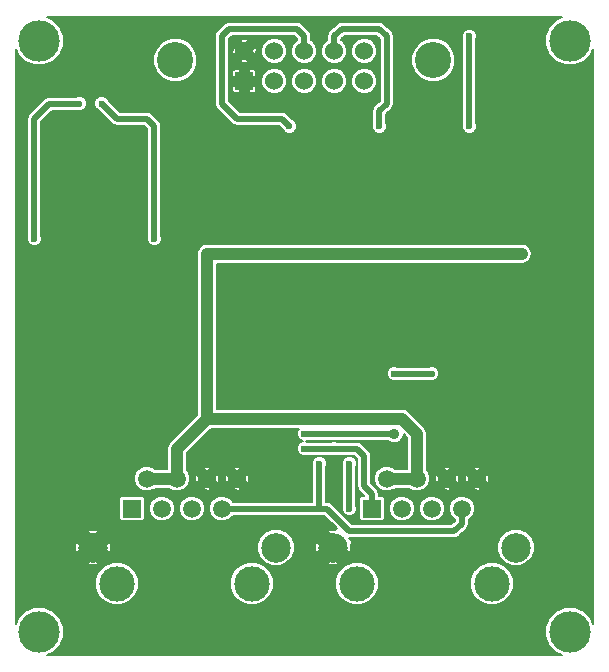
<source format=gbl>
G04 (created by PCBNEW (2013-may-18)-stable) date Thu 01 May 2014 09:33:59 PM CEST*
%MOIN*%
G04 Gerber Fmt 3.4, Leading zero omitted, Abs format*
%FSLAX34Y34*%
G01*
G70*
G90*
G04 APERTURE LIST*
%ADD10C,0.00590551*%
%ADD11C,0.11811*%
%ADD12R,0.0591X0.0591*%
%ADD13C,0.0591*%
%ADD14C,0.0984252*%
%ADD15C,0.137795*%
%ADD16C,0.12*%
%ADD17R,0.06X0.06*%
%ADD18C,0.06*%
%ADD19C,0.023622*%
%ADD20C,0.0354331*%
%ADD21C,0.019685*%
%ADD22C,0.0393701*%
%ADD23C,0.0067*%
G04 APERTURE END LIST*
G54D10*
G54D11*
X55250Y-32500D03*
X50750Y-32500D03*
G54D12*
X51250Y-30000D03*
G54D13*
X51750Y-29000D03*
X52250Y-30000D03*
X52750Y-29000D03*
X53250Y-30000D03*
X53750Y-29000D03*
X54250Y-30000D03*
X54750Y-29000D03*
G54D14*
X49950Y-31299D03*
X56050Y-31299D03*
G54D11*
X47250Y-32500D03*
X42750Y-32500D03*
G54D12*
X43250Y-30000D03*
G54D13*
X43750Y-29000D03*
X44250Y-30000D03*
X44750Y-29000D03*
X45250Y-30000D03*
X45750Y-29000D03*
X46250Y-30000D03*
X46750Y-29000D03*
G54D14*
X41950Y-31299D03*
X48050Y-31299D03*
G54D15*
X40150Y-14400D03*
X40150Y-34100D03*
X57850Y-34100D03*
X57850Y-14400D03*
G54D16*
X53300Y-15050D03*
X44700Y-15050D03*
G54D17*
X47000Y-15750D03*
G54D18*
X47000Y-14750D03*
X48000Y-15750D03*
X48000Y-14750D03*
X49000Y-15750D03*
X49000Y-14750D03*
X50000Y-15750D03*
X50000Y-14750D03*
X51000Y-15750D03*
X51000Y-14750D03*
G54D19*
X41500Y-16500D03*
X40000Y-21000D03*
X45750Y-25250D03*
X53250Y-21500D03*
X56250Y-21500D03*
X54750Y-21500D03*
X51750Y-21500D03*
X50250Y-21500D03*
X48750Y-21500D03*
X47250Y-21500D03*
X45750Y-21500D03*
X42250Y-16500D03*
X44000Y-21000D03*
X49000Y-28000D03*
X50000Y-28000D03*
X49000Y-27500D03*
G54D20*
X52000Y-27500D03*
G54D19*
X50500Y-30000D03*
X50500Y-28500D03*
X52000Y-25500D03*
X53250Y-25500D03*
X49500Y-28500D03*
X54500Y-14250D03*
X54500Y-17250D03*
X51500Y-17250D03*
X48500Y-17250D03*
G54D21*
X40500Y-16500D02*
X41500Y-16500D01*
X40000Y-17000D02*
X40500Y-16500D01*
X40000Y-17000D02*
X40000Y-21000D01*
G54D22*
X45750Y-27000D02*
X52250Y-27000D01*
X52750Y-29000D02*
X52750Y-27500D01*
X52750Y-27500D02*
X52250Y-27000D01*
X45750Y-27000D02*
X45750Y-27000D01*
X45750Y-27000D02*
X45750Y-26250D01*
X44750Y-28000D02*
X45750Y-27000D01*
X44750Y-28000D02*
X44750Y-28000D01*
X44750Y-28000D02*
X44750Y-29000D01*
X45750Y-26250D02*
X45750Y-25250D01*
X45750Y-25250D02*
X45750Y-25000D01*
X45750Y-25000D02*
X45750Y-21500D01*
X51750Y-29000D02*
X52750Y-29000D01*
X43750Y-29000D02*
X44750Y-29000D01*
X54750Y-21500D02*
X56250Y-21500D01*
X54750Y-21500D02*
X53250Y-21500D01*
X53250Y-21500D02*
X51750Y-21500D01*
X51750Y-21500D02*
X50250Y-21500D01*
X50250Y-21500D02*
X48750Y-21500D01*
X48750Y-21500D02*
X47250Y-21500D01*
X47250Y-21500D02*
X45750Y-21500D01*
G54D21*
X42250Y-16500D02*
X42750Y-17000D01*
X42750Y-17000D02*
X43750Y-17000D01*
X43750Y-17000D02*
X44000Y-17250D01*
X44000Y-17250D02*
X44000Y-21000D01*
X49000Y-28000D02*
X50000Y-28000D01*
X51000Y-28250D02*
X51000Y-29250D01*
X50000Y-28000D02*
X50750Y-28000D01*
X50750Y-28000D02*
X51000Y-28250D01*
X51250Y-29500D02*
X51250Y-30000D01*
X51000Y-29250D02*
X51250Y-29500D01*
X49000Y-27500D02*
X52000Y-27500D01*
X50500Y-30000D02*
X50500Y-30000D01*
X50500Y-28500D02*
X50500Y-30000D01*
X52000Y-25500D02*
X52750Y-25500D01*
X52750Y-25500D02*
X53250Y-25500D01*
X50500Y-30750D02*
X51000Y-30750D01*
X51000Y-30750D02*
X54000Y-30750D01*
X54000Y-30750D02*
X54250Y-30500D01*
X54250Y-30000D02*
X54250Y-30500D01*
X49750Y-30000D02*
X50500Y-30750D01*
X49750Y-30000D02*
X49500Y-30000D01*
X49500Y-30000D02*
X49500Y-29500D01*
X49500Y-29500D02*
X49500Y-30000D01*
X49500Y-30000D02*
X47250Y-30000D01*
X47250Y-30000D02*
X46250Y-30000D01*
X49500Y-28500D02*
X49500Y-29500D01*
X54500Y-14250D02*
X54500Y-17250D01*
X51500Y-14000D02*
X50250Y-14000D01*
X51750Y-14250D02*
X51500Y-14000D01*
X51750Y-16500D02*
X51750Y-16250D01*
X51500Y-16750D02*
X51750Y-16500D01*
X51500Y-17250D02*
X51500Y-16750D01*
X51750Y-16250D02*
X51750Y-14250D01*
X50000Y-14250D02*
X50000Y-14750D01*
X50250Y-14000D02*
X50000Y-14250D01*
X46750Y-17000D02*
X48250Y-17000D01*
X48750Y-14000D02*
X49000Y-14250D01*
X49000Y-14750D02*
X49000Y-14250D01*
X46250Y-16250D02*
X46250Y-14250D01*
X46750Y-17000D02*
X46250Y-16500D01*
X46250Y-16500D02*
X46250Y-16250D01*
X46250Y-14250D02*
X46500Y-14000D01*
X46500Y-14000D02*
X48750Y-14000D01*
X48500Y-17250D02*
X48500Y-17250D01*
X48250Y-17000D02*
X48500Y-17250D01*
G54D10*
G36*
X58629Y-33833D02*
X58547Y-33634D01*
X58316Y-33403D01*
X58014Y-33277D01*
X57687Y-33277D01*
X57384Y-33402D01*
X57153Y-33633D01*
X57027Y-33935D01*
X57027Y-34262D01*
X57152Y-34565D01*
X57383Y-34796D01*
X57583Y-34879D01*
X56675Y-34879D01*
X56675Y-31175D01*
X56580Y-30945D01*
X56580Y-30944D01*
X56580Y-21500D01*
X56555Y-21373D01*
X56483Y-21266D01*
X56376Y-21194D01*
X56250Y-21169D01*
X54751Y-21169D01*
X54751Y-17200D01*
X54731Y-17152D01*
X54731Y-14347D01*
X54751Y-14300D01*
X54751Y-14200D01*
X54713Y-14107D01*
X54642Y-14036D01*
X54550Y-13998D01*
X54450Y-13998D01*
X54357Y-14036D01*
X54286Y-14107D01*
X54248Y-14199D01*
X54248Y-14299D01*
X54268Y-14347D01*
X54268Y-17152D01*
X54248Y-17199D01*
X54248Y-17299D01*
X54286Y-17392D01*
X54357Y-17463D01*
X54449Y-17501D01*
X54549Y-17501D01*
X54642Y-17463D01*
X54713Y-17392D01*
X54751Y-17300D01*
X54751Y-17200D01*
X54751Y-21169D01*
X54750Y-21169D01*
X54033Y-21169D01*
X54033Y-14904D01*
X53922Y-14635D01*
X53716Y-14428D01*
X53446Y-14316D01*
X53154Y-14316D01*
X52885Y-14427D01*
X52678Y-14633D01*
X52566Y-14903D01*
X52566Y-15195D01*
X52677Y-15464D01*
X52883Y-15671D01*
X53153Y-15783D01*
X53445Y-15783D01*
X53714Y-15672D01*
X53921Y-15466D01*
X54033Y-15196D01*
X54033Y-14904D01*
X54033Y-21169D01*
X53250Y-21169D01*
X51981Y-21169D01*
X51981Y-16500D01*
X51981Y-16250D01*
X51981Y-14250D01*
X51964Y-14161D01*
X51913Y-14086D01*
X51913Y-14086D01*
X51663Y-13836D01*
X51588Y-13785D01*
X51500Y-13768D01*
X51499Y-13768D01*
X50250Y-13768D01*
X50161Y-13785D01*
X50086Y-13836D01*
X50086Y-13836D01*
X49836Y-14086D01*
X49785Y-14161D01*
X49768Y-14250D01*
X49768Y-14250D01*
X49768Y-14376D01*
X49754Y-14382D01*
X49632Y-14504D01*
X49566Y-14663D01*
X49566Y-14835D01*
X49632Y-14995D01*
X49754Y-15117D01*
X49913Y-15183D01*
X50085Y-15183D01*
X50245Y-15117D01*
X50367Y-14995D01*
X50433Y-14836D01*
X50433Y-14664D01*
X50367Y-14504D01*
X50245Y-14382D01*
X50231Y-14376D01*
X50231Y-14346D01*
X50346Y-14231D01*
X51403Y-14231D01*
X51518Y-14346D01*
X51518Y-16250D01*
X51518Y-16403D01*
X51433Y-16488D01*
X51433Y-15664D01*
X51433Y-14664D01*
X51367Y-14504D01*
X51245Y-14382D01*
X51086Y-14316D01*
X50914Y-14316D01*
X50754Y-14382D01*
X50632Y-14504D01*
X50566Y-14663D01*
X50566Y-14835D01*
X50632Y-14995D01*
X50754Y-15117D01*
X50913Y-15183D01*
X51085Y-15183D01*
X51245Y-15117D01*
X51367Y-14995D01*
X51433Y-14836D01*
X51433Y-14664D01*
X51433Y-15664D01*
X51367Y-15504D01*
X51245Y-15382D01*
X51086Y-15316D01*
X50914Y-15316D01*
X50754Y-15382D01*
X50632Y-15504D01*
X50566Y-15663D01*
X50566Y-15835D01*
X50632Y-15995D01*
X50754Y-16117D01*
X50913Y-16183D01*
X51085Y-16183D01*
X51245Y-16117D01*
X51367Y-15995D01*
X51433Y-15836D01*
X51433Y-15664D01*
X51433Y-16488D01*
X51336Y-16586D01*
X51285Y-16661D01*
X51268Y-16750D01*
X51268Y-16750D01*
X51268Y-17152D01*
X51248Y-17199D01*
X51248Y-17299D01*
X51286Y-17392D01*
X51357Y-17463D01*
X51449Y-17501D01*
X51549Y-17501D01*
X51642Y-17463D01*
X51713Y-17392D01*
X51751Y-17300D01*
X51751Y-17200D01*
X51731Y-17152D01*
X51731Y-16846D01*
X51913Y-16663D01*
X51913Y-16663D01*
X51913Y-16663D01*
X51964Y-16588D01*
X51981Y-16500D01*
X51981Y-21169D01*
X51750Y-21169D01*
X50433Y-21169D01*
X50433Y-15664D01*
X50367Y-15504D01*
X50245Y-15382D01*
X50086Y-15316D01*
X49914Y-15316D01*
X49754Y-15382D01*
X49632Y-15504D01*
X49566Y-15663D01*
X49566Y-15835D01*
X49632Y-15995D01*
X49754Y-16117D01*
X49913Y-16183D01*
X50085Y-16183D01*
X50245Y-16117D01*
X50367Y-15995D01*
X50433Y-15836D01*
X50433Y-15664D01*
X50433Y-21169D01*
X50250Y-21169D01*
X49433Y-21169D01*
X49433Y-15664D01*
X49433Y-14664D01*
X49367Y-14504D01*
X49245Y-14382D01*
X49231Y-14376D01*
X49231Y-14250D01*
X49214Y-14161D01*
X49163Y-14086D01*
X49163Y-14086D01*
X48913Y-13836D01*
X48838Y-13785D01*
X48750Y-13768D01*
X48749Y-13768D01*
X46500Y-13768D01*
X46411Y-13785D01*
X46336Y-13836D01*
X46336Y-13836D01*
X46086Y-14086D01*
X46035Y-14161D01*
X46018Y-14250D01*
X46018Y-14250D01*
X46018Y-16250D01*
X46018Y-16499D01*
X46018Y-16500D01*
X46035Y-16588D01*
X46086Y-16663D01*
X46586Y-17163D01*
X46586Y-17163D01*
X46661Y-17214D01*
X46750Y-17231D01*
X46750Y-17231D01*
X46750Y-17231D01*
X48153Y-17231D01*
X48267Y-17345D01*
X48286Y-17392D01*
X48357Y-17463D01*
X48449Y-17501D01*
X48549Y-17501D01*
X48642Y-17463D01*
X48713Y-17392D01*
X48751Y-17300D01*
X48751Y-17200D01*
X48713Y-17107D01*
X48642Y-17036D01*
X48594Y-17017D01*
X48433Y-16855D01*
X48433Y-15664D01*
X48433Y-14664D01*
X48367Y-14504D01*
X48245Y-14382D01*
X48086Y-14316D01*
X47914Y-14316D01*
X47754Y-14382D01*
X47632Y-14504D01*
X47566Y-14663D01*
X47566Y-14835D01*
X47632Y-14995D01*
X47754Y-15117D01*
X47913Y-15183D01*
X48085Y-15183D01*
X48245Y-15117D01*
X48367Y-14995D01*
X48433Y-14836D01*
X48433Y-14664D01*
X48433Y-15664D01*
X48367Y-15504D01*
X48245Y-15382D01*
X48086Y-15316D01*
X47914Y-15316D01*
X47754Y-15382D01*
X47632Y-15504D01*
X47566Y-15663D01*
X47566Y-15835D01*
X47632Y-15995D01*
X47754Y-16117D01*
X47913Y-16183D01*
X48085Y-16183D01*
X48245Y-16117D01*
X48367Y-15995D01*
X48433Y-15836D01*
X48433Y-15664D01*
X48433Y-16855D01*
X48413Y-16836D01*
X48338Y-16785D01*
X48250Y-16768D01*
X48249Y-16768D01*
X47404Y-16768D01*
X47404Y-14692D01*
X47395Y-14648D01*
X47355Y-14606D01*
X47212Y-14750D01*
X47355Y-14893D01*
X47395Y-14851D01*
X47404Y-14692D01*
X47404Y-16768D01*
X47400Y-16768D01*
X47400Y-16030D01*
X47400Y-15469D01*
X47400Y-15429D01*
X47385Y-15392D01*
X47356Y-15364D01*
X47319Y-15349D01*
X47175Y-15349D01*
X47150Y-15374D01*
X47150Y-15600D01*
X47375Y-15600D01*
X47400Y-15574D01*
X47400Y-15469D01*
X47400Y-16030D01*
X47400Y-15925D01*
X47375Y-15900D01*
X47150Y-15900D01*
X47150Y-16125D01*
X47175Y-16150D01*
X47319Y-16150D01*
X47356Y-16135D01*
X47385Y-16107D01*
X47400Y-16070D01*
X47400Y-16030D01*
X47400Y-16768D01*
X47143Y-16768D01*
X47143Y-15105D01*
X47143Y-14394D01*
X47101Y-14354D01*
X46942Y-14345D01*
X46898Y-14354D01*
X46856Y-14394D01*
X47000Y-14537D01*
X47143Y-14394D01*
X47143Y-15105D01*
X47000Y-14962D01*
X46856Y-15105D01*
X46898Y-15145D01*
X47057Y-15154D01*
X47101Y-15145D01*
X47143Y-15105D01*
X47143Y-16768D01*
X46850Y-16768D01*
X46850Y-16125D01*
X46850Y-15900D01*
X46850Y-15600D01*
X46850Y-15374D01*
X46824Y-15349D01*
X46787Y-15349D01*
X46787Y-14750D01*
X46644Y-14606D01*
X46604Y-14648D01*
X46595Y-14807D01*
X46604Y-14851D01*
X46644Y-14893D01*
X46787Y-14750D01*
X46787Y-15349D01*
X46680Y-15349D01*
X46643Y-15364D01*
X46614Y-15392D01*
X46599Y-15429D01*
X46599Y-15469D01*
X46599Y-15574D01*
X46624Y-15600D01*
X46850Y-15600D01*
X46850Y-15900D01*
X46624Y-15900D01*
X46599Y-15925D01*
X46599Y-16030D01*
X46599Y-16070D01*
X46614Y-16107D01*
X46643Y-16135D01*
X46680Y-16150D01*
X46824Y-16150D01*
X46850Y-16125D01*
X46850Y-16768D01*
X46846Y-16768D01*
X46481Y-16403D01*
X46481Y-16250D01*
X46481Y-14346D01*
X46596Y-14231D01*
X48653Y-14231D01*
X48768Y-14346D01*
X48768Y-14376D01*
X48754Y-14382D01*
X48632Y-14504D01*
X48566Y-14663D01*
X48566Y-14835D01*
X48632Y-14995D01*
X48754Y-15117D01*
X48913Y-15183D01*
X49085Y-15183D01*
X49245Y-15117D01*
X49367Y-14995D01*
X49433Y-14836D01*
X49433Y-14664D01*
X49433Y-15664D01*
X49367Y-15504D01*
X49245Y-15382D01*
X49086Y-15316D01*
X48914Y-15316D01*
X48754Y-15382D01*
X48632Y-15504D01*
X48566Y-15663D01*
X48566Y-15835D01*
X48632Y-15995D01*
X48754Y-16117D01*
X48913Y-16183D01*
X49085Y-16183D01*
X49245Y-16117D01*
X49367Y-15995D01*
X49433Y-15836D01*
X49433Y-15664D01*
X49433Y-21169D01*
X48750Y-21169D01*
X47250Y-21169D01*
X45750Y-21169D01*
X45623Y-21194D01*
X45516Y-21266D01*
X45444Y-21373D01*
X45433Y-21429D01*
X45433Y-14904D01*
X45322Y-14635D01*
X45116Y-14428D01*
X44846Y-14316D01*
X44554Y-14316D01*
X44285Y-14427D01*
X44078Y-14633D01*
X43966Y-14903D01*
X43966Y-15195D01*
X44077Y-15464D01*
X44283Y-15671D01*
X44553Y-15783D01*
X44845Y-15783D01*
X45114Y-15672D01*
X45321Y-15466D01*
X45433Y-15196D01*
X45433Y-14904D01*
X45433Y-21429D01*
X45419Y-21500D01*
X45419Y-25000D01*
X45419Y-25250D01*
X45419Y-26250D01*
X45419Y-26863D01*
X44516Y-27766D01*
X44444Y-27873D01*
X44419Y-28000D01*
X44419Y-28669D01*
X44251Y-28669D01*
X44251Y-20950D01*
X44231Y-20902D01*
X44231Y-17250D01*
X44214Y-17161D01*
X44163Y-17086D01*
X44163Y-17086D01*
X43913Y-16836D01*
X43838Y-16785D01*
X43750Y-16768D01*
X43749Y-16768D01*
X42846Y-16768D01*
X42482Y-16404D01*
X42463Y-16357D01*
X42392Y-16286D01*
X42300Y-16248D01*
X42200Y-16248D01*
X42107Y-16286D01*
X42036Y-16357D01*
X41998Y-16449D01*
X41998Y-16549D01*
X42036Y-16642D01*
X42107Y-16713D01*
X42155Y-16732D01*
X42586Y-17163D01*
X42586Y-17163D01*
X42661Y-17214D01*
X42750Y-17231D01*
X42750Y-17231D01*
X42750Y-17231D01*
X43653Y-17231D01*
X43768Y-17346D01*
X43768Y-20902D01*
X43748Y-20949D01*
X43748Y-21049D01*
X43786Y-21142D01*
X43857Y-21213D01*
X43949Y-21251D01*
X44049Y-21251D01*
X44142Y-21213D01*
X44213Y-21142D01*
X44251Y-21050D01*
X44251Y-20950D01*
X44251Y-28669D01*
X44026Y-28669D01*
X43993Y-28636D01*
X43835Y-28571D01*
X43665Y-28570D01*
X43507Y-28636D01*
X43386Y-28756D01*
X43321Y-28914D01*
X43320Y-29084D01*
X43386Y-29242D01*
X43506Y-29363D01*
X43664Y-29428D01*
X43834Y-29429D01*
X43992Y-29363D01*
X44026Y-29330D01*
X44473Y-29330D01*
X44506Y-29363D01*
X44664Y-29428D01*
X44834Y-29429D01*
X44992Y-29363D01*
X45113Y-29243D01*
X45178Y-29085D01*
X45179Y-28915D01*
X45113Y-28757D01*
X45080Y-28723D01*
X45080Y-28136D01*
X45886Y-27330D01*
X48813Y-27330D01*
X48786Y-27357D01*
X48748Y-27449D01*
X48748Y-27549D01*
X48786Y-27642D01*
X48857Y-27713D01*
X48946Y-27750D01*
X48857Y-27786D01*
X48786Y-27857D01*
X48748Y-27949D01*
X48748Y-28049D01*
X48786Y-28142D01*
X48857Y-28213D01*
X48949Y-28251D01*
X49049Y-28251D01*
X49097Y-28231D01*
X49902Y-28231D01*
X49949Y-28251D01*
X50049Y-28251D01*
X50097Y-28231D01*
X50653Y-28231D01*
X50768Y-28346D01*
X50768Y-29249D01*
X50768Y-29250D01*
X50785Y-29338D01*
X50836Y-29413D01*
X50992Y-29570D01*
X50928Y-29570D01*
X50878Y-29591D01*
X50841Y-29628D01*
X50821Y-29677D01*
X50820Y-29730D01*
X50820Y-30321D01*
X50841Y-30371D01*
X50878Y-30408D01*
X50927Y-30428D01*
X50980Y-30429D01*
X51571Y-30429D01*
X51621Y-30408D01*
X51658Y-30371D01*
X51678Y-30322D01*
X51679Y-30269D01*
X51679Y-29678D01*
X51658Y-29628D01*
X51621Y-29591D01*
X51572Y-29571D01*
X51519Y-29570D01*
X51481Y-29570D01*
X51481Y-29500D01*
X51464Y-29411D01*
X51413Y-29336D01*
X51413Y-29336D01*
X51231Y-29153D01*
X51231Y-28250D01*
X51214Y-28161D01*
X51163Y-28086D01*
X51163Y-28086D01*
X50913Y-27836D01*
X50838Y-27785D01*
X50750Y-27768D01*
X50749Y-27768D01*
X50097Y-27768D01*
X50050Y-27748D01*
X49950Y-27748D01*
X49902Y-27768D01*
X49097Y-27768D01*
X49053Y-27749D01*
X49097Y-27731D01*
X51792Y-27731D01*
X51823Y-27763D01*
X51937Y-27810D01*
X52061Y-27810D01*
X52175Y-27763D01*
X52263Y-27676D01*
X52310Y-27562D01*
X52310Y-27527D01*
X52419Y-27636D01*
X52419Y-28669D01*
X52026Y-28669D01*
X51993Y-28636D01*
X51835Y-28571D01*
X51665Y-28570D01*
X51507Y-28636D01*
X51386Y-28756D01*
X51321Y-28914D01*
X51320Y-29084D01*
X51386Y-29242D01*
X51506Y-29363D01*
X51664Y-29428D01*
X51834Y-29429D01*
X51992Y-29363D01*
X52026Y-29330D01*
X52473Y-29330D01*
X52506Y-29363D01*
X52664Y-29428D01*
X52834Y-29429D01*
X52992Y-29363D01*
X53113Y-29243D01*
X53178Y-29085D01*
X53179Y-28915D01*
X53113Y-28757D01*
X53080Y-28723D01*
X53080Y-27500D01*
X53055Y-27373D01*
X52983Y-27266D01*
X52483Y-26766D01*
X52376Y-26694D01*
X52250Y-26669D01*
X46080Y-26669D01*
X46080Y-26250D01*
X46080Y-25250D01*
X46080Y-25000D01*
X46080Y-21830D01*
X47250Y-21830D01*
X48750Y-21830D01*
X50250Y-21830D01*
X51750Y-21830D01*
X53250Y-21830D01*
X54750Y-21830D01*
X56250Y-21830D01*
X56376Y-21805D01*
X56483Y-21733D01*
X56555Y-21626D01*
X56580Y-21500D01*
X56580Y-30944D01*
X56404Y-30769D01*
X56174Y-30673D01*
X55926Y-30673D01*
X55696Y-30768D01*
X55519Y-30944D01*
X55424Y-31174D01*
X55424Y-31423D01*
X55519Y-31653D01*
X55695Y-31829D01*
X55925Y-31924D01*
X56173Y-31924D01*
X56403Y-31829D01*
X56580Y-31654D01*
X56675Y-31424D01*
X56675Y-31175D01*
X56675Y-34879D01*
X55974Y-34879D01*
X55974Y-32356D01*
X55864Y-32090D01*
X55660Y-31886D01*
X55394Y-31776D01*
X55149Y-31775D01*
X55149Y-28944D01*
X55140Y-28898D01*
X55100Y-28857D01*
X54958Y-29000D01*
X55100Y-29142D01*
X55140Y-29101D01*
X55149Y-28944D01*
X55149Y-31775D01*
X55106Y-31775D01*
X54892Y-31864D01*
X54892Y-29350D01*
X54892Y-28649D01*
X54851Y-28609D01*
X54694Y-28600D01*
X54648Y-28609D01*
X54607Y-28649D01*
X54750Y-28791D01*
X54892Y-28649D01*
X54892Y-29350D01*
X54750Y-29208D01*
X54607Y-29350D01*
X54648Y-29390D01*
X54805Y-29399D01*
X54851Y-29390D01*
X54892Y-29350D01*
X54892Y-31864D01*
X54840Y-31885D01*
X54679Y-32046D01*
X54679Y-29915D01*
X54613Y-29757D01*
X54541Y-29684D01*
X54541Y-29000D01*
X54399Y-28857D01*
X54359Y-28898D01*
X54350Y-29055D01*
X54359Y-29101D01*
X54399Y-29142D01*
X54541Y-29000D01*
X54541Y-29684D01*
X54493Y-29636D01*
X54335Y-29571D01*
X54165Y-29570D01*
X54149Y-29577D01*
X54149Y-28944D01*
X54140Y-28898D01*
X54100Y-28857D01*
X53958Y-29000D01*
X54100Y-29142D01*
X54140Y-29101D01*
X54149Y-28944D01*
X54149Y-29577D01*
X54007Y-29636D01*
X53892Y-29751D01*
X53892Y-29350D01*
X53892Y-28649D01*
X53851Y-28609D01*
X53694Y-28600D01*
X53648Y-28609D01*
X53607Y-28649D01*
X53750Y-28791D01*
X53892Y-28649D01*
X53892Y-29350D01*
X53750Y-29208D01*
X53607Y-29350D01*
X53648Y-29390D01*
X53805Y-29399D01*
X53851Y-29390D01*
X53892Y-29350D01*
X53892Y-29751D01*
X53886Y-29756D01*
X53821Y-29914D01*
X53820Y-30084D01*
X53886Y-30242D01*
X54006Y-30363D01*
X54018Y-30368D01*
X54018Y-30403D01*
X53903Y-30518D01*
X53679Y-30518D01*
X53679Y-29915D01*
X53613Y-29757D01*
X53541Y-29684D01*
X53541Y-29000D01*
X53501Y-28960D01*
X53501Y-25450D01*
X53463Y-25357D01*
X53392Y-25286D01*
X53300Y-25248D01*
X53200Y-25248D01*
X53152Y-25268D01*
X52750Y-25268D01*
X52097Y-25268D01*
X52050Y-25248D01*
X51950Y-25248D01*
X51857Y-25286D01*
X51786Y-25357D01*
X51748Y-25449D01*
X51748Y-25549D01*
X51786Y-25642D01*
X51857Y-25713D01*
X51949Y-25751D01*
X52049Y-25751D01*
X52097Y-25731D01*
X52750Y-25731D01*
X53152Y-25731D01*
X53199Y-25751D01*
X53299Y-25751D01*
X53392Y-25713D01*
X53463Y-25642D01*
X53501Y-25550D01*
X53501Y-25450D01*
X53501Y-28960D01*
X53399Y-28857D01*
X53359Y-28898D01*
X53350Y-29055D01*
X53359Y-29101D01*
X53399Y-29142D01*
X53541Y-29000D01*
X53541Y-29684D01*
X53493Y-29636D01*
X53335Y-29571D01*
X53165Y-29570D01*
X53007Y-29636D01*
X52886Y-29756D01*
X52821Y-29914D01*
X52820Y-30084D01*
X52886Y-30242D01*
X53006Y-30363D01*
X53164Y-30428D01*
X53334Y-30429D01*
X53492Y-30363D01*
X53613Y-30243D01*
X53678Y-30085D01*
X53679Y-29915D01*
X53679Y-30518D01*
X52679Y-30518D01*
X52679Y-29915D01*
X52613Y-29757D01*
X52493Y-29636D01*
X52335Y-29571D01*
X52165Y-29570D01*
X52007Y-29636D01*
X51886Y-29756D01*
X51821Y-29914D01*
X51820Y-30084D01*
X51886Y-30242D01*
X52006Y-30363D01*
X52164Y-30428D01*
X52334Y-30429D01*
X52492Y-30363D01*
X52613Y-30243D01*
X52678Y-30085D01*
X52679Y-29915D01*
X52679Y-30518D01*
X51000Y-30518D01*
X50751Y-30518D01*
X50751Y-29950D01*
X50731Y-29902D01*
X50731Y-28597D01*
X50751Y-28550D01*
X50751Y-28450D01*
X50713Y-28357D01*
X50642Y-28286D01*
X50550Y-28248D01*
X50450Y-28248D01*
X50357Y-28286D01*
X50286Y-28357D01*
X50248Y-28449D01*
X50248Y-28549D01*
X50268Y-28597D01*
X50268Y-29902D01*
X50248Y-29949D01*
X50248Y-30049D01*
X50286Y-30142D01*
X50357Y-30213D01*
X50449Y-30251D01*
X50549Y-30251D01*
X50642Y-30213D01*
X50713Y-30142D01*
X50751Y-30050D01*
X50751Y-29950D01*
X50751Y-30518D01*
X50596Y-30518D01*
X49913Y-29836D01*
X49838Y-29785D01*
X49750Y-29768D01*
X49749Y-29768D01*
X49731Y-29768D01*
X49731Y-29500D01*
X49731Y-28597D01*
X49751Y-28550D01*
X49751Y-28450D01*
X49713Y-28357D01*
X49642Y-28286D01*
X49550Y-28248D01*
X49450Y-28248D01*
X49357Y-28286D01*
X49286Y-28357D01*
X49248Y-28449D01*
X49248Y-28549D01*
X49268Y-28597D01*
X49268Y-29500D01*
X49268Y-29768D01*
X47250Y-29768D01*
X47149Y-29768D01*
X47149Y-28944D01*
X47140Y-28898D01*
X47100Y-28857D01*
X46958Y-29000D01*
X47100Y-29142D01*
X47140Y-29101D01*
X47149Y-28944D01*
X47149Y-29768D01*
X46892Y-29768D01*
X46892Y-29350D01*
X46892Y-28649D01*
X46851Y-28609D01*
X46694Y-28600D01*
X46648Y-28609D01*
X46607Y-28649D01*
X46750Y-28791D01*
X46892Y-28649D01*
X46892Y-29350D01*
X46750Y-29208D01*
X46607Y-29350D01*
X46648Y-29390D01*
X46805Y-29399D01*
X46851Y-29390D01*
X46892Y-29350D01*
X46892Y-29768D01*
X46618Y-29768D01*
X46613Y-29757D01*
X46541Y-29684D01*
X46541Y-29000D01*
X46399Y-28857D01*
X46359Y-28898D01*
X46350Y-29055D01*
X46359Y-29101D01*
X46399Y-29142D01*
X46541Y-29000D01*
X46541Y-29684D01*
X46493Y-29636D01*
X46335Y-29571D01*
X46165Y-29570D01*
X46149Y-29577D01*
X46149Y-28944D01*
X46140Y-28898D01*
X46100Y-28857D01*
X45958Y-29000D01*
X46100Y-29142D01*
X46140Y-29101D01*
X46149Y-28944D01*
X46149Y-29577D01*
X46007Y-29636D01*
X45892Y-29751D01*
X45892Y-29350D01*
X45892Y-28649D01*
X45851Y-28609D01*
X45694Y-28600D01*
X45648Y-28609D01*
X45607Y-28649D01*
X45750Y-28791D01*
X45892Y-28649D01*
X45892Y-29350D01*
X45750Y-29208D01*
X45607Y-29350D01*
X45648Y-29390D01*
X45805Y-29399D01*
X45851Y-29390D01*
X45892Y-29350D01*
X45892Y-29751D01*
X45886Y-29756D01*
X45821Y-29914D01*
X45820Y-30084D01*
X45886Y-30242D01*
X46006Y-30363D01*
X46164Y-30428D01*
X46334Y-30429D01*
X46492Y-30363D01*
X46613Y-30243D01*
X46618Y-30231D01*
X47250Y-30231D01*
X49500Y-30231D01*
X49653Y-30231D01*
X50081Y-30659D01*
X50033Y-30707D01*
X49840Y-30705D01*
X49825Y-30708D01*
X49754Y-30754D01*
X49950Y-30951D01*
X50036Y-30865D01*
X50147Y-30975D01*
X50384Y-31213D01*
X50298Y-31299D01*
X50495Y-31495D01*
X50541Y-31424D01*
X50544Y-31214D01*
X50544Y-31214D01*
X50632Y-31126D01*
X50483Y-30978D01*
X50485Y-30978D01*
X50499Y-30981D01*
X50499Y-30981D01*
X50500Y-30981D01*
X51000Y-30981D01*
X53999Y-30981D01*
X54000Y-30981D01*
X54000Y-30981D01*
X54088Y-30964D01*
X54163Y-30913D01*
X54413Y-30663D01*
X54413Y-30663D01*
X54413Y-30663D01*
X54464Y-30588D01*
X54481Y-30500D01*
X54481Y-30368D01*
X54492Y-30363D01*
X54613Y-30243D01*
X54678Y-30085D01*
X54679Y-29915D01*
X54679Y-32046D01*
X54636Y-32089D01*
X54526Y-32355D01*
X54525Y-32643D01*
X54635Y-32909D01*
X54839Y-33113D01*
X55105Y-33223D01*
X55393Y-33224D01*
X55659Y-33114D01*
X55863Y-32910D01*
X55973Y-32644D01*
X55974Y-32356D01*
X55974Y-34879D01*
X51474Y-34879D01*
X51474Y-32356D01*
X51364Y-32090D01*
X51160Y-31886D01*
X50894Y-31776D01*
X50606Y-31775D01*
X50544Y-31801D01*
X50340Y-31885D01*
X50147Y-32078D01*
X50147Y-31843D01*
X49950Y-31647D01*
X49754Y-31843D01*
X49825Y-31890D01*
X50061Y-31893D01*
X50076Y-31890D01*
X50147Y-31843D01*
X50147Y-32078D01*
X50136Y-32089D01*
X50026Y-32355D01*
X50025Y-32643D01*
X50135Y-32909D01*
X50339Y-33113D01*
X50605Y-33223D01*
X50893Y-33224D01*
X51159Y-33114D01*
X51363Y-32910D01*
X51473Y-32644D01*
X51474Y-32356D01*
X51474Y-34879D01*
X49602Y-34879D01*
X49602Y-31299D01*
X49406Y-31102D01*
X49359Y-31173D01*
X49356Y-31409D01*
X49359Y-31424D01*
X49406Y-31495D01*
X49602Y-31299D01*
X49602Y-34879D01*
X48675Y-34879D01*
X48675Y-31175D01*
X48580Y-30945D01*
X48404Y-30769D01*
X48174Y-30673D01*
X47926Y-30673D01*
X47696Y-30768D01*
X47519Y-30944D01*
X47424Y-31174D01*
X47424Y-31423D01*
X47519Y-31653D01*
X47695Y-31829D01*
X47925Y-31924D01*
X48173Y-31924D01*
X48403Y-31829D01*
X48580Y-31654D01*
X48675Y-31424D01*
X48675Y-31175D01*
X48675Y-34879D01*
X47974Y-34879D01*
X47974Y-32356D01*
X47864Y-32090D01*
X47660Y-31886D01*
X47394Y-31776D01*
X47106Y-31775D01*
X46840Y-31885D01*
X46636Y-32089D01*
X46526Y-32355D01*
X46525Y-32643D01*
X46635Y-32909D01*
X46839Y-33113D01*
X47105Y-33223D01*
X47393Y-33224D01*
X47659Y-33114D01*
X47863Y-32910D01*
X47973Y-32644D01*
X47974Y-32356D01*
X47974Y-34879D01*
X45679Y-34879D01*
X45679Y-29915D01*
X45613Y-29757D01*
X45541Y-29684D01*
X45541Y-29000D01*
X45399Y-28857D01*
X45359Y-28898D01*
X45350Y-29055D01*
X45359Y-29101D01*
X45399Y-29142D01*
X45541Y-29000D01*
X45541Y-29684D01*
X45493Y-29636D01*
X45335Y-29571D01*
X45165Y-29570D01*
X45007Y-29636D01*
X44886Y-29756D01*
X44821Y-29914D01*
X44820Y-30084D01*
X44886Y-30242D01*
X45006Y-30363D01*
X45164Y-30428D01*
X45334Y-30429D01*
X45492Y-30363D01*
X45613Y-30243D01*
X45678Y-30085D01*
X45679Y-29915D01*
X45679Y-34879D01*
X44679Y-34879D01*
X44679Y-29915D01*
X44613Y-29757D01*
X44493Y-29636D01*
X44335Y-29571D01*
X44165Y-29570D01*
X44007Y-29636D01*
X43886Y-29756D01*
X43821Y-29914D01*
X43820Y-30084D01*
X43886Y-30242D01*
X44006Y-30363D01*
X44164Y-30428D01*
X44334Y-30429D01*
X44492Y-30363D01*
X44613Y-30243D01*
X44678Y-30085D01*
X44679Y-29915D01*
X44679Y-34879D01*
X43679Y-34879D01*
X43679Y-30269D01*
X43679Y-29678D01*
X43658Y-29628D01*
X43621Y-29591D01*
X43572Y-29571D01*
X43519Y-29570D01*
X42928Y-29570D01*
X42878Y-29591D01*
X42841Y-29628D01*
X42821Y-29677D01*
X42820Y-29730D01*
X42820Y-30321D01*
X42841Y-30371D01*
X42878Y-30408D01*
X42927Y-30428D01*
X42980Y-30429D01*
X43571Y-30429D01*
X43621Y-30408D01*
X43658Y-30371D01*
X43678Y-30322D01*
X43679Y-30269D01*
X43679Y-34879D01*
X43474Y-34879D01*
X43474Y-32356D01*
X43364Y-32090D01*
X43160Y-31886D01*
X42894Y-31776D01*
X42606Y-31775D01*
X42544Y-31801D01*
X42544Y-31188D01*
X42541Y-31173D01*
X42495Y-31102D01*
X42298Y-31299D01*
X42495Y-31495D01*
X42541Y-31424D01*
X42544Y-31188D01*
X42544Y-31801D01*
X42340Y-31885D01*
X42147Y-32078D01*
X42147Y-31843D01*
X42147Y-30754D01*
X42076Y-30708D01*
X41840Y-30705D01*
X41825Y-30708D01*
X41754Y-30754D01*
X41950Y-30951D01*
X42147Y-30754D01*
X42147Y-31843D01*
X41950Y-31647D01*
X41754Y-31843D01*
X41825Y-31890D01*
X42061Y-31893D01*
X42076Y-31890D01*
X42147Y-31843D01*
X42147Y-32078D01*
X42136Y-32089D01*
X42026Y-32355D01*
X42025Y-32643D01*
X42135Y-32909D01*
X42339Y-33113D01*
X42605Y-33223D01*
X42893Y-33224D01*
X43159Y-33114D01*
X43363Y-32910D01*
X43473Y-32644D01*
X43474Y-32356D01*
X43474Y-34879D01*
X41751Y-34879D01*
X41751Y-16450D01*
X41713Y-16357D01*
X41642Y-16286D01*
X41550Y-16248D01*
X41450Y-16248D01*
X41402Y-16268D01*
X40500Y-16268D01*
X40500Y-16268D01*
X40411Y-16285D01*
X40336Y-16336D01*
X40336Y-16336D01*
X39836Y-16836D01*
X39785Y-16911D01*
X39768Y-17000D01*
X39768Y-17000D01*
X39768Y-20902D01*
X39748Y-20949D01*
X39748Y-21049D01*
X39786Y-21142D01*
X39857Y-21213D01*
X39949Y-21251D01*
X40049Y-21251D01*
X40142Y-21213D01*
X40213Y-21142D01*
X40251Y-21050D01*
X40251Y-20950D01*
X40231Y-20902D01*
X40231Y-17096D01*
X40596Y-16731D01*
X41402Y-16731D01*
X41449Y-16751D01*
X41549Y-16751D01*
X41642Y-16713D01*
X41713Y-16642D01*
X41751Y-16550D01*
X41751Y-16450D01*
X41751Y-34879D01*
X41602Y-34879D01*
X41602Y-31299D01*
X41406Y-31102D01*
X41359Y-31173D01*
X41356Y-31409D01*
X41359Y-31424D01*
X41406Y-31495D01*
X41602Y-31299D01*
X41602Y-34879D01*
X40416Y-34879D01*
X40615Y-34797D01*
X40846Y-34566D01*
X40972Y-34264D01*
X40972Y-33937D01*
X40847Y-33634D01*
X40616Y-33403D01*
X40314Y-33277D01*
X39987Y-33277D01*
X39684Y-33402D01*
X39453Y-33633D01*
X39370Y-33833D01*
X39370Y-14666D01*
X39452Y-14865D01*
X39683Y-15096D01*
X39985Y-15222D01*
X40312Y-15222D01*
X40615Y-15097D01*
X40846Y-14866D01*
X40972Y-14564D01*
X40972Y-14237D01*
X40847Y-13934D01*
X40616Y-13703D01*
X40416Y-13620D01*
X57583Y-13620D01*
X57384Y-13702D01*
X57153Y-13933D01*
X57027Y-14235D01*
X57027Y-14562D01*
X57152Y-14865D01*
X57383Y-15096D01*
X57685Y-15222D01*
X58012Y-15222D01*
X58315Y-15097D01*
X58546Y-14866D01*
X58629Y-14666D01*
X58629Y-33833D01*
X58629Y-33833D01*
G37*
G54D23*
X58629Y-33833D02*
X58547Y-33634D01*
X58316Y-33403D01*
X58014Y-33277D01*
X57687Y-33277D01*
X57384Y-33402D01*
X57153Y-33633D01*
X57027Y-33935D01*
X57027Y-34262D01*
X57152Y-34565D01*
X57383Y-34796D01*
X57583Y-34879D01*
X56675Y-34879D01*
X56675Y-31175D01*
X56580Y-30945D01*
X56580Y-30944D01*
X56580Y-21500D01*
X56555Y-21373D01*
X56483Y-21266D01*
X56376Y-21194D01*
X56250Y-21169D01*
X54751Y-21169D01*
X54751Y-17200D01*
X54731Y-17152D01*
X54731Y-14347D01*
X54751Y-14300D01*
X54751Y-14200D01*
X54713Y-14107D01*
X54642Y-14036D01*
X54550Y-13998D01*
X54450Y-13998D01*
X54357Y-14036D01*
X54286Y-14107D01*
X54248Y-14199D01*
X54248Y-14299D01*
X54268Y-14347D01*
X54268Y-17152D01*
X54248Y-17199D01*
X54248Y-17299D01*
X54286Y-17392D01*
X54357Y-17463D01*
X54449Y-17501D01*
X54549Y-17501D01*
X54642Y-17463D01*
X54713Y-17392D01*
X54751Y-17300D01*
X54751Y-17200D01*
X54751Y-21169D01*
X54750Y-21169D01*
X54033Y-21169D01*
X54033Y-14904D01*
X53922Y-14635D01*
X53716Y-14428D01*
X53446Y-14316D01*
X53154Y-14316D01*
X52885Y-14427D01*
X52678Y-14633D01*
X52566Y-14903D01*
X52566Y-15195D01*
X52677Y-15464D01*
X52883Y-15671D01*
X53153Y-15783D01*
X53445Y-15783D01*
X53714Y-15672D01*
X53921Y-15466D01*
X54033Y-15196D01*
X54033Y-14904D01*
X54033Y-21169D01*
X53250Y-21169D01*
X51981Y-21169D01*
X51981Y-16500D01*
X51981Y-16250D01*
X51981Y-14250D01*
X51964Y-14161D01*
X51913Y-14086D01*
X51913Y-14086D01*
X51663Y-13836D01*
X51588Y-13785D01*
X51500Y-13768D01*
X51499Y-13768D01*
X50250Y-13768D01*
X50161Y-13785D01*
X50086Y-13836D01*
X50086Y-13836D01*
X49836Y-14086D01*
X49785Y-14161D01*
X49768Y-14250D01*
X49768Y-14250D01*
X49768Y-14376D01*
X49754Y-14382D01*
X49632Y-14504D01*
X49566Y-14663D01*
X49566Y-14835D01*
X49632Y-14995D01*
X49754Y-15117D01*
X49913Y-15183D01*
X50085Y-15183D01*
X50245Y-15117D01*
X50367Y-14995D01*
X50433Y-14836D01*
X50433Y-14664D01*
X50367Y-14504D01*
X50245Y-14382D01*
X50231Y-14376D01*
X50231Y-14346D01*
X50346Y-14231D01*
X51403Y-14231D01*
X51518Y-14346D01*
X51518Y-16250D01*
X51518Y-16403D01*
X51433Y-16488D01*
X51433Y-15664D01*
X51433Y-14664D01*
X51367Y-14504D01*
X51245Y-14382D01*
X51086Y-14316D01*
X50914Y-14316D01*
X50754Y-14382D01*
X50632Y-14504D01*
X50566Y-14663D01*
X50566Y-14835D01*
X50632Y-14995D01*
X50754Y-15117D01*
X50913Y-15183D01*
X51085Y-15183D01*
X51245Y-15117D01*
X51367Y-14995D01*
X51433Y-14836D01*
X51433Y-14664D01*
X51433Y-15664D01*
X51367Y-15504D01*
X51245Y-15382D01*
X51086Y-15316D01*
X50914Y-15316D01*
X50754Y-15382D01*
X50632Y-15504D01*
X50566Y-15663D01*
X50566Y-15835D01*
X50632Y-15995D01*
X50754Y-16117D01*
X50913Y-16183D01*
X51085Y-16183D01*
X51245Y-16117D01*
X51367Y-15995D01*
X51433Y-15836D01*
X51433Y-15664D01*
X51433Y-16488D01*
X51336Y-16586D01*
X51285Y-16661D01*
X51268Y-16750D01*
X51268Y-16750D01*
X51268Y-17152D01*
X51248Y-17199D01*
X51248Y-17299D01*
X51286Y-17392D01*
X51357Y-17463D01*
X51449Y-17501D01*
X51549Y-17501D01*
X51642Y-17463D01*
X51713Y-17392D01*
X51751Y-17300D01*
X51751Y-17200D01*
X51731Y-17152D01*
X51731Y-16846D01*
X51913Y-16663D01*
X51913Y-16663D01*
X51913Y-16663D01*
X51964Y-16588D01*
X51981Y-16500D01*
X51981Y-21169D01*
X51750Y-21169D01*
X50433Y-21169D01*
X50433Y-15664D01*
X50367Y-15504D01*
X50245Y-15382D01*
X50086Y-15316D01*
X49914Y-15316D01*
X49754Y-15382D01*
X49632Y-15504D01*
X49566Y-15663D01*
X49566Y-15835D01*
X49632Y-15995D01*
X49754Y-16117D01*
X49913Y-16183D01*
X50085Y-16183D01*
X50245Y-16117D01*
X50367Y-15995D01*
X50433Y-15836D01*
X50433Y-15664D01*
X50433Y-21169D01*
X50250Y-21169D01*
X49433Y-21169D01*
X49433Y-15664D01*
X49433Y-14664D01*
X49367Y-14504D01*
X49245Y-14382D01*
X49231Y-14376D01*
X49231Y-14250D01*
X49214Y-14161D01*
X49163Y-14086D01*
X49163Y-14086D01*
X48913Y-13836D01*
X48838Y-13785D01*
X48750Y-13768D01*
X48749Y-13768D01*
X46500Y-13768D01*
X46411Y-13785D01*
X46336Y-13836D01*
X46336Y-13836D01*
X46086Y-14086D01*
X46035Y-14161D01*
X46018Y-14250D01*
X46018Y-14250D01*
X46018Y-16250D01*
X46018Y-16499D01*
X46018Y-16500D01*
X46035Y-16588D01*
X46086Y-16663D01*
X46586Y-17163D01*
X46586Y-17163D01*
X46661Y-17214D01*
X46750Y-17231D01*
X46750Y-17231D01*
X46750Y-17231D01*
X48153Y-17231D01*
X48267Y-17345D01*
X48286Y-17392D01*
X48357Y-17463D01*
X48449Y-17501D01*
X48549Y-17501D01*
X48642Y-17463D01*
X48713Y-17392D01*
X48751Y-17300D01*
X48751Y-17200D01*
X48713Y-17107D01*
X48642Y-17036D01*
X48594Y-17017D01*
X48433Y-16855D01*
X48433Y-15664D01*
X48433Y-14664D01*
X48367Y-14504D01*
X48245Y-14382D01*
X48086Y-14316D01*
X47914Y-14316D01*
X47754Y-14382D01*
X47632Y-14504D01*
X47566Y-14663D01*
X47566Y-14835D01*
X47632Y-14995D01*
X47754Y-15117D01*
X47913Y-15183D01*
X48085Y-15183D01*
X48245Y-15117D01*
X48367Y-14995D01*
X48433Y-14836D01*
X48433Y-14664D01*
X48433Y-15664D01*
X48367Y-15504D01*
X48245Y-15382D01*
X48086Y-15316D01*
X47914Y-15316D01*
X47754Y-15382D01*
X47632Y-15504D01*
X47566Y-15663D01*
X47566Y-15835D01*
X47632Y-15995D01*
X47754Y-16117D01*
X47913Y-16183D01*
X48085Y-16183D01*
X48245Y-16117D01*
X48367Y-15995D01*
X48433Y-15836D01*
X48433Y-15664D01*
X48433Y-16855D01*
X48413Y-16836D01*
X48338Y-16785D01*
X48250Y-16768D01*
X48249Y-16768D01*
X47404Y-16768D01*
X47404Y-14692D01*
X47395Y-14648D01*
X47355Y-14606D01*
X47212Y-14750D01*
X47355Y-14893D01*
X47395Y-14851D01*
X47404Y-14692D01*
X47404Y-16768D01*
X47400Y-16768D01*
X47400Y-16030D01*
X47400Y-15469D01*
X47400Y-15429D01*
X47385Y-15392D01*
X47356Y-15364D01*
X47319Y-15349D01*
X47175Y-15349D01*
X47150Y-15374D01*
X47150Y-15600D01*
X47375Y-15600D01*
X47400Y-15574D01*
X47400Y-15469D01*
X47400Y-16030D01*
X47400Y-15925D01*
X47375Y-15900D01*
X47150Y-15900D01*
X47150Y-16125D01*
X47175Y-16150D01*
X47319Y-16150D01*
X47356Y-16135D01*
X47385Y-16107D01*
X47400Y-16070D01*
X47400Y-16030D01*
X47400Y-16768D01*
X47143Y-16768D01*
X47143Y-15105D01*
X47143Y-14394D01*
X47101Y-14354D01*
X46942Y-14345D01*
X46898Y-14354D01*
X46856Y-14394D01*
X47000Y-14537D01*
X47143Y-14394D01*
X47143Y-15105D01*
X47000Y-14962D01*
X46856Y-15105D01*
X46898Y-15145D01*
X47057Y-15154D01*
X47101Y-15145D01*
X47143Y-15105D01*
X47143Y-16768D01*
X46850Y-16768D01*
X46850Y-16125D01*
X46850Y-15900D01*
X46850Y-15600D01*
X46850Y-15374D01*
X46824Y-15349D01*
X46787Y-15349D01*
X46787Y-14750D01*
X46644Y-14606D01*
X46604Y-14648D01*
X46595Y-14807D01*
X46604Y-14851D01*
X46644Y-14893D01*
X46787Y-14750D01*
X46787Y-15349D01*
X46680Y-15349D01*
X46643Y-15364D01*
X46614Y-15392D01*
X46599Y-15429D01*
X46599Y-15469D01*
X46599Y-15574D01*
X46624Y-15600D01*
X46850Y-15600D01*
X46850Y-15900D01*
X46624Y-15900D01*
X46599Y-15925D01*
X46599Y-16030D01*
X46599Y-16070D01*
X46614Y-16107D01*
X46643Y-16135D01*
X46680Y-16150D01*
X46824Y-16150D01*
X46850Y-16125D01*
X46850Y-16768D01*
X46846Y-16768D01*
X46481Y-16403D01*
X46481Y-16250D01*
X46481Y-14346D01*
X46596Y-14231D01*
X48653Y-14231D01*
X48768Y-14346D01*
X48768Y-14376D01*
X48754Y-14382D01*
X48632Y-14504D01*
X48566Y-14663D01*
X48566Y-14835D01*
X48632Y-14995D01*
X48754Y-15117D01*
X48913Y-15183D01*
X49085Y-15183D01*
X49245Y-15117D01*
X49367Y-14995D01*
X49433Y-14836D01*
X49433Y-14664D01*
X49433Y-15664D01*
X49367Y-15504D01*
X49245Y-15382D01*
X49086Y-15316D01*
X48914Y-15316D01*
X48754Y-15382D01*
X48632Y-15504D01*
X48566Y-15663D01*
X48566Y-15835D01*
X48632Y-15995D01*
X48754Y-16117D01*
X48913Y-16183D01*
X49085Y-16183D01*
X49245Y-16117D01*
X49367Y-15995D01*
X49433Y-15836D01*
X49433Y-15664D01*
X49433Y-21169D01*
X48750Y-21169D01*
X47250Y-21169D01*
X45750Y-21169D01*
X45623Y-21194D01*
X45516Y-21266D01*
X45444Y-21373D01*
X45433Y-21429D01*
X45433Y-14904D01*
X45322Y-14635D01*
X45116Y-14428D01*
X44846Y-14316D01*
X44554Y-14316D01*
X44285Y-14427D01*
X44078Y-14633D01*
X43966Y-14903D01*
X43966Y-15195D01*
X44077Y-15464D01*
X44283Y-15671D01*
X44553Y-15783D01*
X44845Y-15783D01*
X45114Y-15672D01*
X45321Y-15466D01*
X45433Y-15196D01*
X45433Y-14904D01*
X45433Y-21429D01*
X45419Y-21500D01*
X45419Y-25000D01*
X45419Y-25250D01*
X45419Y-26250D01*
X45419Y-26863D01*
X44516Y-27766D01*
X44444Y-27873D01*
X44419Y-28000D01*
X44419Y-28669D01*
X44251Y-28669D01*
X44251Y-20950D01*
X44231Y-20902D01*
X44231Y-17250D01*
X44214Y-17161D01*
X44163Y-17086D01*
X44163Y-17086D01*
X43913Y-16836D01*
X43838Y-16785D01*
X43750Y-16768D01*
X43749Y-16768D01*
X42846Y-16768D01*
X42482Y-16404D01*
X42463Y-16357D01*
X42392Y-16286D01*
X42300Y-16248D01*
X42200Y-16248D01*
X42107Y-16286D01*
X42036Y-16357D01*
X41998Y-16449D01*
X41998Y-16549D01*
X42036Y-16642D01*
X42107Y-16713D01*
X42155Y-16732D01*
X42586Y-17163D01*
X42586Y-17163D01*
X42661Y-17214D01*
X42750Y-17231D01*
X42750Y-17231D01*
X42750Y-17231D01*
X43653Y-17231D01*
X43768Y-17346D01*
X43768Y-20902D01*
X43748Y-20949D01*
X43748Y-21049D01*
X43786Y-21142D01*
X43857Y-21213D01*
X43949Y-21251D01*
X44049Y-21251D01*
X44142Y-21213D01*
X44213Y-21142D01*
X44251Y-21050D01*
X44251Y-20950D01*
X44251Y-28669D01*
X44026Y-28669D01*
X43993Y-28636D01*
X43835Y-28571D01*
X43665Y-28570D01*
X43507Y-28636D01*
X43386Y-28756D01*
X43321Y-28914D01*
X43320Y-29084D01*
X43386Y-29242D01*
X43506Y-29363D01*
X43664Y-29428D01*
X43834Y-29429D01*
X43992Y-29363D01*
X44026Y-29330D01*
X44473Y-29330D01*
X44506Y-29363D01*
X44664Y-29428D01*
X44834Y-29429D01*
X44992Y-29363D01*
X45113Y-29243D01*
X45178Y-29085D01*
X45179Y-28915D01*
X45113Y-28757D01*
X45080Y-28723D01*
X45080Y-28136D01*
X45886Y-27330D01*
X48813Y-27330D01*
X48786Y-27357D01*
X48748Y-27449D01*
X48748Y-27549D01*
X48786Y-27642D01*
X48857Y-27713D01*
X48946Y-27750D01*
X48857Y-27786D01*
X48786Y-27857D01*
X48748Y-27949D01*
X48748Y-28049D01*
X48786Y-28142D01*
X48857Y-28213D01*
X48949Y-28251D01*
X49049Y-28251D01*
X49097Y-28231D01*
X49902Y-28231D01*
X49949Y-28251D01*
X50049Y-28251D01*
X50097Y-28231D01*
X50653Y-28231D01*
X50768Y-28346D01*
X50768Y-29249D01*
X50768Y-29250D01*
X50785Y-29338D01*
X50836Y-29413D01*
X50992Y-29570D01*
X50928Y-29570D01*
X50878Y-29591D01*
X50841Y-29628D01*
X50821Y-29677D01*
X50820Y-29730D01*
X50820Y-30321D01*
X50841Y-30371D01*
X50878Y-30408D01*
X50927Y-30428D01*
X50980Y-30429D01*
X51571Y-30429D01*
X51621Y-30408D01*
X51658Y-30371D01*
X51678Y-30322D01*
X51679Y-30269D01*
X51679Y-29678D01*
X51658Y-29628D01*
X51621Y-29591D01*
X51572Y-29571D01*
X51519Y-29570D01*
X51481Y-29570D01*
X51481Y-29500D01*
X51464Y-29411D01*
X51413Y-29336D01*
X51413Y-29336D01*
X51231Y-29153D01*
X51231Y-28250D01*
X51214Y-28161D01*
X51163Y-28086D01*
X51163Y-28086D01*
X50913Y-27836D01*
X50838Y-27785D01*
X50750Y-27768D01*
X50749Y-27768D01*
X50097Y-27768D01*
X50050Y-27748D01*
X49950Y-27748D01*
X49902Y-27768D01*
X49097Y-27768D01*
X49053Y-27749D01*
X49097Y-27731D01*
X51792Y-27731D01*
X51823Y-27763D01*
X51937Y-27810D01*
X52061Y-27810D01*
X52175Y-27763D01*
X52263Y-27676D01*
X52310Y-27562D01*
X52310Y-27527D01*
X52419Y-27636D01*
X52419Y-28669D01*
X52026Y-28669D01*
X51993Y-28636D01*
X51835Y-28571D01*
X51665Y-28570D01*
X51507Y-28636D01*
X51386Y-28756D01*
X51321Y-28914D01*
X51320Y-29084D01*
X51386Y-29242D01*
X51506Y-29363D01*
X51664Y-29428D01*
X51834Y-29429D01*
X51992Y-29363D01*
X52026Y-29330D01*
X52473Y-29330D01*
X52506Y-29363D01*
X52664Y-29428D01*
X52834Y-29429D01*
X52992Y-29363D01*
X53113Y-29243D01*
X53178Y-29085D01*
X53179Y-28915D01*
X53113Y-28757D01*
X53080Y-28723D01*
X53080Y-27500D01*
X53055Y-27373D01*
X52983Y-27266D01*
X52483Y-26766D01*
X52376Y-26694D01*
X52250Y-26669D01*
X46080Y-26669D01*
X46080Y-26250D01*
X46080Y-25250D01*
X46080Y-25000D01*
X46080Y-21830D01*
X47250Y-21830D01*
X48750Y-21830D01*
X50250Y-21830D01*
X51750Y-21830D01*
X53250Y-21830D01*
X54750Y-21830D01*
X56250Y-21830D01*
X56376Y-21805D01*
X56483Y-21733D01*
X56555Y-21626D01*
X56580Y-21500D01*
X56580Y-30944D01*
X56404Y-30769D01*
X56174Y-30673D01*
X55926Y-30673D01*
X55696Y-30768D01*
X55519Y-30944D01*
X55424Y-31174D01*
X55424Y-31423D01*
X55519Y-31653D01*
X55695Y-31829D01*
X55925Y-31924D01*
X56173Y-31924D01*
X56403Y-31829D01*
X56580Y-31654D01*
X56675Y-31424D01*
X56675Y-31175D01*
X56675Y-34879D01*
X55974Y-34879D01*
X55974Y-32356D01*
X55864Y-32090D01*
X55660Y-31886D01*
X55394Y-31776D01*
X55149Y-31775D01*
X55149Y-28944D01*
X55140Y-28898D01*
X55100Y-28857D01*
X54958Y-29000D01*
X55100Y-29142D01*
X55140Y-29101D01*
X55149Y-28944D01*
X55149Y-31775D01*
X55106Y-31775D01*
X54892Y-31864D01*
X54892Y-29350D01*
X54892Y-28649D01*
X54851Y-28609D01*
X54694Y-28600D01*
X54648Y-28609D01*
X54607Y-28649D01*
X54750Y-28791D01*
X54892Y-28649D01*
X54892Y-29350D01*
X54750Y-29208D01*
X54607Y-29350D01*
X54648Y-29390D01*
X54805Y-29399D01*
X54851Y-29390D01*
X54892Y-29350D01*
X54892Y-31864D01*
X54840Y-31885D01*
X54679Y-32046D01*
X54679Y-29915D01*
X54613Y-29757D01*
X54541Y-29684D01*
X54541Y-29000D01*
X54399Y-28857D01*
X54359Y-28898D01*
X54350Y-29055D01*
X54359Y-29101D01*
X54399Y-29142D01*
X54541Y-29000D01*
X54541Y-29684D01*
X54493Y-29636D01*
X54335Y-29571D01*
X54165Y-29570D01*
X54149Y-29577D01*
X54149Y-28944D01*
X54140Y-28898D01*
X54100Y-28857D01*
X53958Y-29000D01*
X54100Y-29142D01*
X54140Y-29101D01*
X54149Y-28944D01*
X54149Y-29577D01*
X54007Y-29636D01*
X53892Y-29751D01*
X53892Y-29350D01*
X53892Y-28649D01*
X53851Y-28609D01*
X53694Y-28600D01*
X53648Y-28609D01*
X53607Y-28649D01*
X53750Y-28791D01*
X53892Y-28649D01*
X53892Y-29350D01*
X53750Y-29208D01*
X53607Y-29350D01*
X53648Y-29390D01*
X53805Y-29399D01*
X53851Y-29390D01*
X53892Y-29350D01*
X53892Y-29751D01*
X53886Y-29756D01*
X53821Y-29914D01*
X53820Y-30084D01*
X53886Y-30242D01*
X54006Y-30363D01*
X54018Y-30368D01*
X54018Y-30403D01*
X53903Y-30518D01*
X53679Y-30518D01*
X53679Y-29915D01*
X53613Y-29757D01*
X53541Y-29684D01*
X53541Y-29000D01*
X53501Y-28960D01*
X53501Y-25450D01*
X53463Y-25357D01*
X53392Y-25286D01*
X53300Y-25248D01*
X53200Y-25248D01*
X53152Y-25268D01*
X52750Y-25268D01*
X52097Y-25268D01*
X52050Y-25248D01*
X51950Y-25248D01*
X51857Y-25286D01*
X51786Y-25357D01*
X51748Y-25449D01*
X51748Y-25549D01*
X51786Y-25642D01*
X51857Y-25713D01*
X51949Y-25751D01*
X52049Y-25751D01*
X52097Y-25731D01*
X52750Y-25731D01*
X53152Y-25731D01*
X53199Y-25751D01*
X53299Y-25751D01*
X53392Y-25713D01*
X53463Y-25642D01*
X53501Y-25550D01*
X53501Y-25450D01*
X53501Y-28960D01*
X53399Y-28857D01*
X53359Y-28898D01*
X53350Y-29055D01*
X53359Y-29101D01*
X53399Y-29142D01*
X53541Y-29000D01*
X53541Y-29684D01*
X53493Y-29636D01*
X53335Y-29571D01*
X53165Y-29570D01*
X53007Y-29636D01*
X52886Y-29756D01*
X52821Y-29914D01*
X52820Y-30084D01*
X52886Y-30242D01*
X53006Y-30363D01*
X53164Y-30428D01*
X53334Y-30429D01*
X53492Y-30363D01*
X53613Y-30243D01*
X53678Y-30085D01*
X53679Y-29915D01*
X53679Y-30518D01*
X52679Y-30518D01*
X52679Y-29915D01*
X52613Y-29757D01*
X52493Y-29636D01*
X52335Y-29571D01*
X52165Y-29570D01*
X52007Y-29636D01*
X51886Y-29756D01*
X51821Y-29914D01*
X51820Y-30084D01*
X51886Y-30242D01*
X52006Y-30363D01*
X52164Y-30428D01*
X52334Y-30429D01*
X52492Y-30363D01*
X52613Y-30243D01*
X52678Y-30085D01*
X52679Y-29915D01*
X52679Y-30518D01*
X51000Y-30518D01*
X50751Y-30518D01*
X50751Y-29950D01*
X50731Y-29902D01*
X50731Y-28597D01*
X50751Y-28550D01*
X50751Y-28450D01*
X50713Y-28357D01*
X50642Y-28286D01*
X50550Y-28248D01*
X50450Y-28248D01*
X50357Y-28286D01*
X50286Y-28357D01*
X50248Y-28449D01*
X50248Y-28549D01*
X50268Y-28597D01*
X50268Y-29902D01*
X50248Y-29949D01*
X50248Y-30049D01*
X50286Y-30142D01*
X50357Y-30213D01*
X50449Y-30251D01*
X50549Y-30251D01*
X50642Y-30213D01*
X50713Y-30142D01*
X50751Y-30050D01*
X50751Y-29950D01*
X50751Y-30518D01*
X50596Y-30518D01*
X49913Y-29836D01*
X49838Y-29785D01*
X49750Y-29768D01*
X49749Y-29768D01*
X49731Y-29768D01*
X49731Y-29500D01*
X49731Y-28597D01*
X49751Y-28550D01*
X49751Y-28450D01*
X49713Y-28357D01*
X49642Y-28286D01*
X49550Y-28248D01*
X49450Y-28248D01*
X49357Y-28286D01*
X49286Y-28357D01*
X49248Y-28449D01*
X49248Y-28549D01*
X49268Y-28597D01*
X49268Y-29500D01*
X49268Y-29768D01*
X47250Y-29768D01*
X47149Y-29768D01*
X47149Y-28944D01*
X47140Y-28898D01*
X47100Y-28857D01*
X46958Y-29000D01*
X47100Y-29142D01*
X47140Y-29101D01*
X47149Y-28944D01*
X47149Y-29768D01*
X46892Y-29768D01*
X46892Y-29350D01*
X46892Y-28649D01*
X46851Y-28609D01*
X46694Y-28600D01*
X46648Y-28609D01*
X46607Y-28649D01*
X46750Y-28791D01*
X46892Y-28649D01*
X46892Y-29350D01*
X46750Y-29208D01*
X46607Y-29350D01*
X46648Y-29390D01*
X46805Y-29399D01*
X46851Y-29390D01*
X46892Y-29350D01*
X46892Y-29768D01*
X46618Y-29768D01*
X46613Y-29757D01*
X46541Y-29684D01*
X46541Y-29000D01*
X46399Y-28857D01*
X46359Y-28898D01*
X46350Y-29055D01*
X46359Y-29101D01*
X46399Y-29142D01*
X46541Y-29000D01*
X46541Y-29684D01*
X46493Y-29636D01*
X46335Y-29571D01*
X46165Y-29570D01*
X46149Y-29577D01*
X46149Y-28944D01*
X46140Y-28898D01*
X46100Y-28857D01*
X45958Y-29000D01*
X46100Y-29142D01*
X46140Y-29101D01*
X46149Y-28944D01*
X46149Y-29577D01*
X46007Y-29636D01*
X45892Y-29751D01*
X45892Y-29350D01*
X45892Y-28649D01*
X45851Y-28609D01*
X45694Y-28600D01*
X45648Y-28609D01*
X45607Y-28649D01*
X45750Y-28791D01*
X45892Y-28649D01*
X45892Y-29350D01*
X45750Y-29208D01*
X45607Y-29350D01*
X45648Y-29390D01*
X45805Y-29399D01*
X45851Y-29390D01*
X45892Y-29350D01*
X45892Y-29751D01*
X45886Y-29756D01*
X45821Y-29914D01*
X45820Y-30084D01*
X45886Y-30242D01*
X46006Y-30363D01*
X46164Y-30428D01*
X46334Y-30429D01*
X46492Y-30363D01*
X46613Y-30243D01*
X46618Y-30231D01*
X47250Y-30231D01*
X49500Y-30231D01*
X49653Y-30231D01*
X50081Y-30659D01*
X50033Y-30707D01*
X49840Y-30705D01*
X49825Y-30708D01*
X49754Y-30754D01*
X49950Y-30951D01*
X50036Y-30865D01*
X50147Y-30975D01*
X50384Y-31213D01*
X50298Y-31299D01*
X50495Y-31495D01*
X50541Y-31424D01*
X50544Y-31214D01*
X50544Y-31214D01*
X50632Y-31126D01*
X50483Y-30978D01*
X50485Y-30978D01*
X50499Y-30981D01*
X50499Y-30981D01*
X50500Y-30981D01*
X51000Y-30981D01*
X53999Y-30981D01*
X54000Y-30981D01*
X54000Y-30981D01*
X54088Y-30964D01*
X54163Y-30913D01*
X54413Y-30663D01*
X54413Y-30663D01*
X54413Y-30663D01*
X54464Y-30588D01*
X54481Y-30500D01*
X54481Y-30368D01*
X54492Y-30363D01*
X54613Y-30243D01*
X54678Y-30085D01*
X54679Y-29915D01*
X54679Y-32046D01*
X54636Y-32089D01*
X54526Y-32355D01*
X54525Y-32643D01*
X54635Y-32909D01*
X54839Y-33113D01*
X55105Y-33223D01*
X55393Y-33224D01*
X55659Y-33114D01*
X55863Y-32910D01*
X55973Y-32644D01*
X55974Y-32356D01*
X55974Y-34879D01*
X51474Y-34879D01*
X51474Y-32356D01*
X51364Y-32090D01*
X51160Y-31886D01*
X50894Y-31776D01*
X50606Y-31775D01*
X50544Y-31801D01*
X50340Y-31885D01*
X50147Y-32078D01*
X50147Y-31843D01*
X49950Y-31647D01*
X49754Y-31843D01*
X49825Y-31890D01*
X50061Y-31893D01*
X50076Y-31890D01*
X50147Y-31843D01*
X50147Y-32078D01*
X50136Y-32089D01*
X50026Y-32355D01*
X50025Y-32643D01*
X50135Y-32909D01*
X50339Y-33113D01*
X50605Y-33223D01*
X50893Y-33224D01*
X51159Y-33114D01*
X51363Y-32910D01*
X51473Y-32644D01*
X51474Y-32356D01*
X51474Y-34879D01*
X49602Y-34879D01*
X49602Y-31299D01*
X49406Y-31102D01*
X49359Y-31173D01*
X49356Y-31409D01*
X49359Y-31424D01*
X49406Y-31495D01*
X49602Y-31299D01*
X49602Y-34879D01*
X48675Y-34879D01*
X48675Y-31175D01*
X48580Y-30945D01*
X48404Y-30769D01*
X48174Y-30673D01*
X47926Y-30673D01*
X47696Y-30768D01*
X47519Y-30944D01*
X47424Y-31174D01*
X47424Y-31423D01*
X47519Y-31653D01*
X47695Y-31829D01*
X47925Y-31924D01*
X48173Y-31924D01*
X48403Y-31829D01*
X48580Y-31654D01*
X48675Y-31424D01*
X48675Y-31175D01*
X48675Y-34879D01*
X47974Y-34879D01*
X47974Y-32356D01*
X47864Y-32090D01*
X47660Y-31886D01*
X47394Y-31776D01*
X47106Y-31775D01*
X46840Y-31885D01*
X46636Y-32089D01*
X46526Y-32355D01*
X46525Y-32643D01*
X46635Y-32909D01*
X46839Y-33113D01*
X47105Y-33223D01*
X47393Y-33224D01*
X47659Y-33114D01*
X47863Y-32910D01*
X47973Y-32644D01*
X47974Y-32356D01*
X47974Y-34879D01*
X45679Y-34879D01*
X45679Y-29915D01*
X45613Y-29757D01*
X45541Y-29684D01*
X45541Y-29000D01*
X45399Y-28857D01*
X45359Y-28898D01*
X45350Y-29055D01*
X45359Y-29101D01*
X45399Y-29142D01*
X45541Y-29000D01*
X45541Y-29684D01*
X45493Y-29636D01*
X45335Y-29571D01*
X45165Y-29570D01*
X45007Y-29636D01*
X44886Y-29756D01*
X44821Y-29914D01*
X44820Y-30084D01*
X44886Y-30242D01*
X45006Y-30363D01*
X45164Y-30428D01*
X45334Y-30429D01*
X45492Y-30363D01*
X45613Y-30243D01*
X45678Y-30085D01*
X45679Y-29915D01*
X45679Y-34879D01*
X44679Y-34879D01*
X44679Y-29915D01*
X44613Y-29757D01*
X44493Y-29636D01*
X44335Y-29571D01*
X44165Y-29570D01*
X44007Y-29636D01*
X43886Y-29756D01*
X43821Y-29914D01*
X43820Y-30084D01*
X43886Y-30242D01*
X44006Y-30363D01*
X44164Y-30428D01*
X44334Y-30429D01*
X44492Y-30363D01*
X44613Y-30243D01*
X44678Y-30085D01*
X44679Y-29915D01*
X44679Y-34879D01*
X43679Y-34879D01*
X43679Y-30269D01*
X43679Y-29678D01*
X43658Y-29628D01*
X43621Y-29591D01*
X43572Y-29571D01*
X43519Y-29570D01*
X42928Y-29570D01*
X42878Y-29591D01*
X42841Y-29628D01*
X42821Y-29677D01*
X42820Y-29730D01*
X42820Y-30321D01*
X42841Y-30371D01*
X42878Y-30408D01*
X42927Y-30428D01*
X42980Y-30429D01*
X43571Y-30429D01*
X43621Y-30408D01*
X43658Y-30371D01*
X43678Y-30322D01*
X43679Y-30269D01*
X43679Y-34879D01*
X43474Y-34879D01*
X43474Y-32356D01*
X43364Y-32090D01*
X43160Y-31886D01*
X42894Y-31776D01*
X42606Y-31775D01*
X42544Y-31801D01*
X42544Y-31188D01*
X42541Y-31173D01*
X42495Y-31102D01*
X42298Y-31299D01*
X42495Y-31495D01*
X42541Y-31424D01*
X42544Y-31188D01*
X42544Y-31801D01*
X42340Y-31885D01*
X42147Y-32078D01*
X42147Y-31843D01*
X42147Y-30754D01*
X42076Y-30708D01*
X41840Y-30705D01*
X41825Y-30708D01*
X41754Y-30754D01*
X41950Y-30951D01*
X42147Y-30754D01*
X42147Y-31843D01*
X41950Y-31647D01*
X41754Y-31843D01*
X41825Y-31890D01*
X42061Y-31893D01*
X42076Y-31890D01*
X42147Y-31843D01*
X42147Y-32078D01*
X42136Y-32089D01*
X42026Y-32355D01*
X42025Y-32643D01*
X42135Y-32909D01*
X42339Y-33113D01*
X42605Y-33223D01*
X42893Y-33224D01*
X43159Y-33114D01*
X43363Y-32910D01*
X43473Y-32644D01*
X43474Y-32356D01*
X43474Y-34879D01*
X41751Y-34879D01*
X41751Y-16450D01*
X41713Y-16357D01*
X41642Y-16286D01*
X41550Y-16248D01*
X41450Y-16248D01*
X41402Y-16268D01*
X40500Y-16268D01*
X40500Y-16268D01*
X40411Y-16285D01*
X40336Y-16336D01*
X40336Y-16336D01*
X39836Y-16836D01*
X39785Y-16911D01*
X39768Y-17000D01*
X39768Y-17000D01*
X39768Y-20902D01*
X39748Y-20949D01*
X39748Y-21049D01*
X39786Y-21142D01*
X39857Y-21213D01*
X39949Y-21251D01*
X40049Y-21251D01*
X40142Y-21213D01*
X40213Y-21142D01*
X40251Y-21050D01*
X40251Y-20950D01*
X40231Y-20902D01*
X40231Y-17096D01*
X40596Y-16731D01*
X41402Y-16731D01*
X41449Y-16751D01*
X41549Y-16751D01*
X41642Y-16713D01*
X41713Y-16642D01*
X41751Y-16550D01*
X41751Y-16450D01*
X41751Y-34879D01*
X41602Y-34879D01*
X41602Y-31299D01*
X41406Y-31102D01*
X41359Y-31173D01*
X41356Y-31409D01*
X41359Y-31424D01*
X41406Y-31495D01*
X41602Y-31299D01*
X41602Y-34879D01*
X40416Y-34879D01*
X40615Y-34797D01*
X40846Y-34566D01*
X40972Y-34264D01*
X40972Y-33937D01*
X40847Y-33634D01*
X40616Y-33403D01*
X40314Y-33277D01*
X39987Y-33277D01*
X39684Y-33402D01*
X39453Y-33633D01*
X39370Y-33833D01*
X39370Y-14666D01*
X39452Y-14865D01*
X39683Y-15096D01*
X39985Y-15222D01*
X40312Y-15222D01*
X40615Y-15097D01*
X40846Y-14866D01*
X40972Y-14564D01*
X40972Y-14237D01*
X40847Y-13934D01*
X40616Y-13703D01*
X40416Y-13620D01*
X57583Y-13620D01*
X57384Y-13702D01*
X57153Y-13933D01*
X57027Y-14235D01*
X57027Y-14562D01*
X57152Y-14865D01*
X57383Y-15096D01*
X57685Y-15222D01*
X58012Y-15222D01*
X58315Y-15097D01*
X58546Y-14866D01*
X58629Y-14666D01*
X58629Y-33833D01*
M02*

</source>
